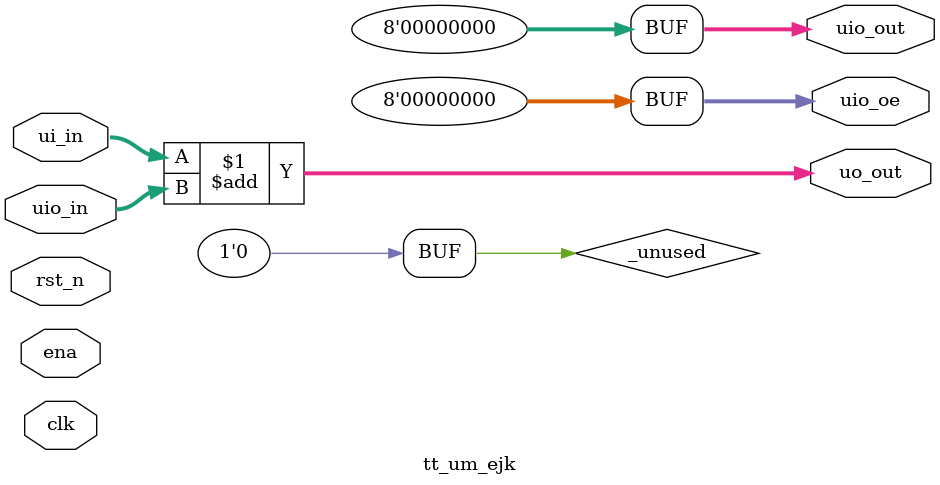
<source format=v>
/*
 * Copyright (c) 2024 Your Name
 * SPDX-License-Identifier: Apache-2.0
 */

`default_nettype none

module tt_um_ejk (
    input  wire [7:0] ui_in,    // Dedicated inputs
    output wire [7:0] uo_out,   // Dedicated outputs
    input  wire [7:0] uio_in,   // IOs: Input path
    output wire [7:0] uio_out,  // IOs: Output path
    output wire [7:0] uio_oe,   // IOs: Enable path (active high: 0=input, 1=output)
    input  wire       ena,      // always 1 when the design is powered, so you can ignore it
    input  wire       clk,      // clock
    input  wire       rst_n     // reset_n - low to reset
);

  // All output pins must be assigned. If not used, assign to 0.
  assign uo_out  = ui_in + uio_in;  // Example: ou_out is the sum of ui_in and uio_in
  assign uio_out = 0;
  assign uio_oe  = 0;

  // List all unused inputs to prevent warnings
  wire _unused = &{clk, rst_n, 1'b0};

endmodule

</source>
